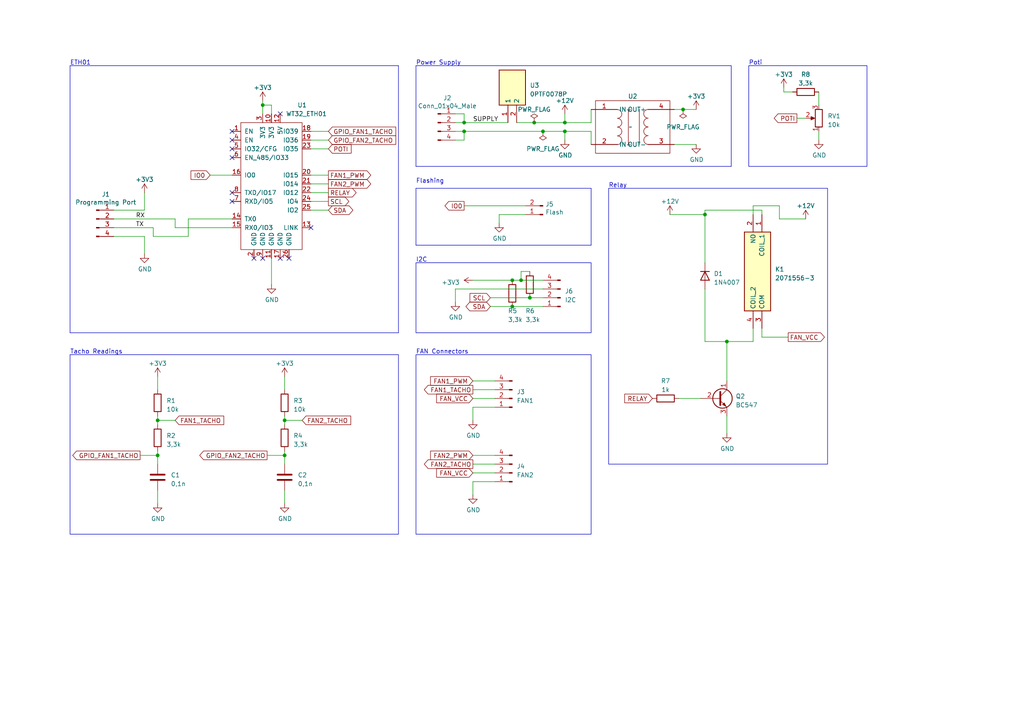
<source format=kicad_sch>
(kicad_sch (version 20230121) (generator eeschema)
  (paper "A4")
  (title_block (title "WT32-ETH01_PWM_Fan_Controller") (date "2023-10-27") (rev "0.2"))
  (lib_symbols
    (symbol "Connector:Conn_01x02_Male" (pin_names (offset 1.016) hide)
      (property "Reference" "J" (at 0 2.54 0))
      (property "Value" "Conn_01x02_Male" (at 0 -5.08 0))
      (symbol "Conn_01x02_Male_1_1"
        (polyline (pts (xy 1.27 -2.54) (xy 0.8636 -2.54)) (stroke (width 0.1524)))
        (polyline (pts (xy 1.27 0) (xy 0.8636 0)) (stroke (width 0.1524)))
        (rectangle (start 0.8636 -2.413) (end 0 -2.667) (stroke (width 0.1524)) (fill (type outline)))
        (rectangle (start 0.8636 0.127) (end 0 -0.127) (stroke (width 0.1524)) (fill (type outline)))
        (pin passive line (at 5.08 0 180) (length 3.81) (name "Pin_1") (number "1"))
        (pin passive line (at 5.08 -2.54 180) (length 3.81) (name "Pin_2") (number "2"))
      )
    )
    (symbol "Connector:Conn_01x04_Male" (pin_names (offset 1.016) hide)
      (property "Reference" "J" (at 0 5.08 0))
      (property "Value" "Conn_01x04_Male" (at 0 -7.62 0))
      (symbol "Conn_01x04_Male_1_1"
        (polyline (pts (xy 1.27 -5.08) (xy 0.8636 -5.08)) (stroke (width 0.1524)))
        (polyline (pts (xy 1.27 -2.54) (xy 0.8636 -2.54)) (stroke (width 0.1524)))
        (polyline (pts (xy 1.27 0) (xy 0.8636 0)) (stroke (width 0.1524)))
        (polyline (pts (xy 1.27 2.54) (xy 0.8636 2.54)) (stroke (width 0.1524)))
        (rectangle (start 0.8636 -4.953) (end 0 -5.207) (stroke (width 0.1524)) (fill (type outline)))
        (rectangle (start 0.8636 -2.413) (end 0 -2.667) (stroke (width 0.1524)) (fill (type outline)))
        (rectangle (start 0.8636 0.127) (end 0 -0.127) (stroke (width 0.1524)) (fill (type outline)))
        (rectangle (start 0.8636 2.667) (end 0 2.413) (stroke (width 0.1524)) (fill (type outline)))
        (pin passive line (at 5.08 2.54 180) (length 3.81) (name "Pin_1") (number "1"))
        (pin passive line (at 5.08 0 180) (length 3.81) (name "Pin_2") (number "2"))
        (pin passive line (at 5.08 -2.54 180) (length 3.81) (name "Pin_3") (number "3"))
        (pin passive line (at 5.08 -5.08 180) (length 3.81) (name "Pin_4") (number "4"))
      )
    )
    (symbol "Connector:Conn_01x04_Pin" (pin_names (offset 1.016) hide)
      (property "Reference" "J" (at 0 5.08 0))
      (property "Value" "Conn_01x04_Pin" (at 0 -7.62 0))
      (symbol "Conn_01x04_Pin_1_1"
        (polyline (pts (xy 1.27 -5.08) (xy 0.8636 -5.08)) (stroke (width 0.1524)))
        (polyline (pts (xy 1.27 -2.54) (xy 0.8636 -2.54)) (stroke (width 0.1524)))
        (polyline (pts (xy 1.27 0) (xy 0.8636 0)) (stroke (width 0.1524)))
        (polyline (pts (xy 1.27 2.54) (xy 0.8636 2.54)) (stroke (width 0.1524)))
        (rectangle (start 0.8636 -4.953) (end 0 -5.207) (stroke (width 0.1524)) (fill (type outline)))
        (rectangle (start 0.8636 -2.413) (end 0 -2.667) (stroke (width 0.1524)) (fill (type outline)))
        (rectangle (start 0.8636 0.127) (end 0 -0.127) (stroke (width 0.1524)) (fill (type outline)))
        (rectangle (start 0.8636 2.667) (end 0 2.413) (stroke (width 0.1524)) (fill (type outline)))
        (pin passive line (at 5.08 2.54 180) (length 3.81) (name "Pin_1") (number "1"))
        (pin passive line (at 5.08 0 180) (length 3.81) (name "Pin_2") (number "2"))
        (pin passive line (at 5.08 -2.54 180) (length 3.81) (name "Pin_3") (number "3"))
        (pin passive line (at 5.08 -5.08 180) (length 3.81) (name "Pin_4") (number "4"))
      )
    )
    (symbol "Device:C" (pin_numbers hide) (pin_names (offset 0.254))
      (property "Reference" "C" (at 0.635 2.54 0))
      (property "Value" "C" (at 0.635 -2.54 0))
      (symbol "C_0_1"
        (polyline (pts (xy -2.032 -0.762) (xy 2.032 -0.762)) (stroke (width 0.508)))
        (polyline (pts (xy -2.032 0.762) (xy 2.032 0.762)) (stroke (width 0.508)))
      )
      (symbol "C_1_1"
        (pin passive line (at 0 3.81 270) (length 2.794) (name "~") (number "1"))
        (pin passive line (at 0 -3.81 90) (length 2.794) (name "~") (number "2"))
      )
    )
    (symbol "Device:R" (pin_numbers hide) (pin_names (offset 0))
      (property "Reference" "R" (at 2.032 0 90))
      (property "Value" "R" (at 0 0 90))
      (symbol "R_0_1"
        (rectangle (start -1.016 -2.54) (end 1.016 2.54) (stroke (width 0.254)))
      )
      (symbol "R_1_1"
        (pin passive line (at 0 3.81 270) (length 1.27) (name "~") (number "1"))
        (pin passive line (at 0 -3.81 90) (length 1.27) (name "~") (number "2"))
      )
    )
    (symbol "Device:R_Potentiometer" (pin_names (offset 1.016) hide)
      (property "Reference" "RV" (at -4.445 0 90))
      (property "Value" "R_Potentiometer" (at -2.54 0 90))
      (symbol "R_Potentiometer_0_1"
        (polyline (pts (xy 2.54 0) (xy 1.524 0)))
        (polyline (pts (xy 1.143 0) (xy 2.286 0.508) (xy 2.286 -0.508) (xy 1.143 0)) (fill (type outline)))
        (rectangle (start 1.016 2.54) (end -1.016 -2.54) (stroke (width 0.254)))
      )
      (symbol "R_Potentiometer_1_1"
        (pin passive line (at 0 3.81 270) (length 1.27) (name "1") (number "1"))
        (pin passive line (at 3.81 0 180) (length 1.27) (name "2") (number "2"))
        (pin passive line (at 0 -3.81 90) (length 1.27) (name "3") (number "3"))
      )
    )
    (symbol "Diode:1N4007" (pin_numbers hide) (pin_names hide)
      (property "Reference" "D" (at 0 2.54 0))
      (property "Value" "1N4007" (at 0 -2.54 0))
      (symbol "1N4007_0_1"
        (polyline (pts (xy -1.27 1.27) (xy -1.27 -1.27)) (stroke (width 0.254)))
        (polyline (pts (xy 1.27 0) (xy -1.27 0)))
        (polyline (pts (xy 1.27 1.27) (xy 1.27 -1.27) (xy -1.27 0) (xy 1.27 1.27)) (stroke (width 0.254)))
      )
      (symbol "1N4007_1_1"
        (pin passive line (at -3.81 0 0) (length 2.54) (name "K") (number "1"))
        (pin passive line (at 3.81 0 180) (length 2.54) (name "A") (number "2"))
      )
    )
    (symbol "SamacSys_Parts:0PTF0078P"
      (property "Reference" "U" (at 16.51 7.62 0))
      (property "Value" "0PTF0078P" (at 16.51 5.08 0))
      (symbol "0PTF0078P_1_1"
        (rectangle (start 5.08 2.54) (end 15.24 -5.08) (stroke (width 0.254)) (fill (type background)))
        (pin passive line (at 0 0 0) (length 5.08) (name "1") (number "1"))
        (pin passive line (at 0 -2.54 0) (length 5.08) (name "2") (number "2"))
      )
    )
    (symbol "SamacSys_Parts:2071556-3"
      (property "Reference" "K" (at 29.21 7.62 0))
      (property "Value" "2071556-3" (at 29.21 5.08 0))
      (symbol "2071556-3_1_1"
        (rectangle (start 5.08 2.54) (end 27.94 -5.08) (stroke (width 0.254)) (fill (type background)))
        (pin passive line (at 0 0 0) (length 5.08) (name "COIL_1") (number "1"))
        (pin passive line (at 0 -2.54 0) (length 5.08) (name "NO") (number "2"))
        (pin passive line (at 33.02 0 180) (length 5.08) (name "COM") (number "3"))
        (pin passive line (at 33.02 -2.54 180) (length 5.08) (name "COIL_2") (number "4"))
      )
    )
    (symbol "SamacSys_Parts:2596S-ADJ_3A_DC-DC_Step_Down_Buck_Power_Module"
      (property "Reference" "U" (at 1.27 8.89 0))
      (symbol "2596S-ADJ_3A_DC-DC_Step_Down_Buck_Power_Module_0_1"
        (rectangle (start -10.16 7.62) (end 11.43 -7.62))
        (arc (start -3.7917 -5.0989) (mid -2.9078 -4.7306) (end -2.5217 -3.8543))
        (arc (start -3.7917 -2.5589) (mid -2.9078 -2.1906) (end -2.5217 -1.3143))
        (arc (start -3.7917 -0.0189) (mid -2.9078 0.3494) (end -2.5217 1.2257))
        (arc (start -3.7917 2.5211) (mid -2.9078 2.8894) (end -2.5217 3.7657))
        (arc (start -2.5217 -3.8543) (mid -2.8937 -2.9563) (end -3.7917 -2.5843))
        (arc (start -2.5217 -1.3143) (mid -2.8937 -0.4163) (end -3.7917 -0.0443))
        (arc (start -2.5217 1.2257) (mid -2.8937 2.1237) (end -3.7917 2.4957))
        (arc (start -2.5217 3.7657) (mid -2.8937 4.6637) (end -3.7917 5.0357))
        (polyline (pts (xy -0.635 5.08) (xy -0.635 -5.08)))
        (polyline (pts (xy 2.54 -5.08) (xy 2.54 5.08)))
        (arc (start 3.8354 -1.27) (mid 4.1999 -2.1501) (end 5.08 -2.5146))
        (arc (start 3.8354 1.27) (mid 4.1999 0.3899) (end 5.08 0.0254))
        (arc (start 3.8354 3.81) (mid 4.1999 2.9299) (end 5.08 2.5654))
        (arc (start 3.8608 -3.81) (mid 4.2254 -4.6899) (end 5.1054 -5.0546))
        (arc (start 5.08 0) (mid 4.1858 -0.3685) (end 3.8354 -1.27))
        (arc (start 5.08 2.54) (mid 4.1858 2.1715) (end 3.8354 1.27))
        (arc (start 5.08 5.08) (mid 4.1858 4.7115) (end 3.8354 3.81))
        (arc (start 5.1054 -2.54) (mid 4.2109 -2.9083) (end 3.8608 -3.81))
      )
      (symbol "2596S-ADJ_3A_DC-DC_Step_Down_Buck_Power_Module_1_1"
        (pin passive line (at -11.43 5.08 0) (length 7.62) (name "IN+") (number "1"))
        (pin passive line (at -11.43 -5.08 0) (length 7.62) (name "IN-") (number "2"))
        (pin passive line (at 12.7 -5.08 180) (length 7.62) (name "OUT-") (number "3"))
        (pin passive line (at 12.7 5.08 180) (length 7.62) (name "OUT+") (number "4"))
      )
    )
    (symbol "Transistor_BJT:BC547" (pin_names (offset 0) hide)
      (property "Reference" "Q" (at 5.08 1.905 0))
      (property "Value" "BC547" (at 5.08 0 0))
      (symbol "BC547_0_1"
        (polyline (pts (xy 0 0) (xy 0.635 0)))
        (polyline (pts (xy 0.635 0.635) (xy 2.54 2.54)))
        (polyline (pts (xy 0.635 -0.635) (xy 2.54 -2.54) (xy 2.54 -2.54)))
        (polyline (pts (xy 0.635 1.905) (xy 0.635 -1.905) (xy 0.635 -1.905)) (stroke (width 0.508)))
        (polyline (pts (xy 1.27 -1.778) (xy 1.778 -1.27) (xy 2.286 -2.286) (xy 1.27 -1.778) (xy 1.27 -1.778)) (fill (type outline)))
        (circle (center 1.27 0) (radius 2.8194) (stroke (width 0.254)))
      )
      (symbol "BC547_1_1"
        (pin passive line (at 2.54 5.08 270) (length 2.54) (name "C") (number "1"))
        (pin input line (at -5.08 0 0) (length 5.08) (name "B") (number "2"))
        (pin passive line (at 2.54 -5.08 90) (length 2.54) (name "E") (number "3"))
      )
    )
    (symbol "haus-automatisierung:WT32_ETH01" (pin_names (offset 1.016))
      (property "Reference" "U" (at 5.08 -1.27 0))
      (property "Value" "WT32_ETH01" (at 5.08 -3.81 0))
      (symbol "WT32_ETH01_0_1"
        (rectangle (start -8.89 -6.35) (end 8.89 -43.18))
      )
      (symbol "WT32_ETH01_1_1"
        (pin input line (at -11.43 -8.89 0) (length 2.54) (name "EN") (number "1"))
        (pin power_in line (at 0 -3.81 270) (length 2.54) (name "3V3") (number "10"))
        (pin power_in line (at 0 -45.72 90) (length 2.54) (name "GND") (number "11"))
        (pin power_in line (at 2.54 -3.81 270) (length 2.54) (name "5V") (number "12"))
        (pin output line (at 11.43 -36.83 180) (length 2.54) (name "LINK") (number "13"))
        (pin input line (at -11.43 -34.29 0) (length 2.54) (name "TX0") (number "14"))
        (pin input line (at -11.43 -36.83 0) (length 2.54) (name "RX0/IO3") (number "15"))
        (pin input line (at -11.43 -21.59 0) (length 2.54) (name "IO0") (number "16"))
        (pin input line (at 2.54 -45.72 90) (length 2.54) (name "GND") (number "17"))
        (pin input line (at 11.43 -8.89 180) (length 2.54) (name "IO39") (number "18"))
        (pin input line (at 11.43 -11.43 180) (length 2.54) (name "IO36") (number "19"))
        (pin power_in line (at -5.08 -45.72 90) (length 2.54) (name "GND") (number "2"))
        (pin bidirectional line (at 11.43 -21.59 180) (length 2.54) (name "IO15") (number "20"))
        (pin bidirectional line (at 11.43 -24.13 180) (length 2.54) (name "IO14") (number "21"))
        (pin bidirectional line (at 11.43 -26.67 180) (length 2.54) (name "IO12") (number "22"))
        (pin input line (at 11.43 -13.97 180) (length 2.54) (name "IO35") (number "23"))
        (pin bidirectional line (at 11.43 -29.21 180) (length 2.54) (name "IO4") (number "24"))
        (pin bidirectional line (at 11.43 -31.75 180) (length 2.54) (name "IO2") (number "25"))
        (pin input line (at 5.08 -45.72 90) (length 2.54) (name "GND") (number "26"))
        (pin power_in line (at -2.54 -3.81 270) (length 2.54) (name "3V3") (number "3"))
        (pin input line (at -11.43 -11.43 0) (length 2.54) (name "EN") (number "4"))
        (pin input line (at -11.43 -13.97 0) (length 2.54) (name "IO32/CFG") (number "5"))
        (pin input line (at -11.43 -16.51 0) (length 2.54) (name "EN_485/IO33") (number "6"))
        (pin input line (at -11.43 -29.21 0) (length 2.54) (name "RXD/IO5") (number "7"))
        (pin input line (at -11.43 -26.67 0) (length 2.54) (name "TXD/IO17") (number "8"))
        (pin power_in line (at -2.54 -45.72 90) (length 2.54) (name "GND") (number "9"))
      )
    )
    (symbol "power:+12V" (power) (pin_names (offset 0))
      (property "Value" "+12V" (at 0 3.556 0))
      (symbol "+12V_0_1"
        (polyline (pts (xy -0.762 1.27) (xy 0 2.54)))
        (polyline (pts (xy 0 0) (xy 0 2.54)))
        (polyline (pts (xy 0 2.54) (xy 0.762 1.27)))
      )
      (symbol "+12V_1_1"
        (pin power_in line (at 0 0 90) (length 0) hide (name "+12V") (number "1"))
      )
    )
    (symbol "power:+3V3" (power) (pin_names (offset 0))
      (property "Value" "+3V3" (at 0 3.556 0))
      (symbol "+3V3_0_1"
        (polyline (pts (xy -0.762 1.27) (xy 0 2.54)))
        (polyline (pts (xy 0 0) (xy 0 2.54)))
        (polyline (pts (xy 0 2.54) (xy 0.762 1.27)))
      )
      (symbol "+3V3_1_1"
        (pin power_in line (at 0 0 90) (length 0) hide (name "+3V3") (number "1"))
      )
    )
    (symbol "power:GND" (power) (pin_names (offset 0))
      (property "Value" "GND" (at 0 -3.81 0))
      (symbol "GND_0_1"
        (polyline (pts (xy 0 0) (xy 0 -1.27) (xy 1.27 -1.27) (xy 0 -2.54) (xy -1.27 -1.27) (xy 0 -1.27)))
      )
      (symbol "GND_1_1"
        (pin power_in line (at 0 0 270) (length 0) hide (name "GND") (number "1"))
      )
    )
    (symbol "power:PWR_FLAG" (power) (pin_numbers hide) (pin_names (offset 0) hide)
      (property "Value" "PWR_FLAG" (at 0 3.81 0))
      (symbol "PWR_FLAG_0_0"
        (pin power_out line (at 0 0 90) (length 0) (name "pwr") (number "1"))
      )
      (symbol "PWR_FLAG_0_1"
        (polyline (pts (xy 0 0) (xy 0 1.27) (xy -1.016 1.905) (xy 0 2.54) (xy 1.016 1.905) (xy 0 1.27)))
      )
    )
  )
  (junction (at 153.67 86.36))
  (junction (at 45.72 132.08))
  (junction (at 154.94 35.56))
  (junction (at 163.83 38.1))
  (junction (at 134.62 38.1))
  (junction (at 134.62 35.56))
  (junction (at 82.55 132.08))
  (junction (at 148.59 88.9))
  (junction (at 198.12 31.75))
  (junction (at 157.48 38.1))
  (junction (at 45.72 121.92))
  (junction (at 151.13 81.28))
  (junction (at 148.59 81.28))
  (junction (at 82.55 121.92))
  (junction (at 76.2 30.48))
  (junction (at 210.82 99.06))
  (junction (at 204.47 62.23))
  (junction (at 163.83 35.56))
  (no_connect (at 67.31 43.18))
  (no_connect (at 73.66 74.93))
  (no_connect (at 67.31 58.42))
  (no_connect (at 76.2 74.93))
  (no_connect (at 90.17 66.04))
  (no_connect (at 67.31 38.1))
  (no_connect (at 81.28 74.93))
  (no_connect (at 67.31 40.64))
  (no_connect (at 83.82 74.93))
  (no_connect (at 81.28 33.02))
  (no_connect (at 67.31 45.72))
  (no_connect (at 67.31 55.88))
  (wire (pts (xy 33.02 68.58) (xy 41.91 68.58)))
  (wire (pts (xy 33.02 63.5) (xy 50.8 63.5)))
  (wire (pts (xy 90.17 40.64) (xy 95.25 40.64)))
  (wire (pts (xy 76.2 30.48) (xy 78.74 30.48)))
  (wire (pts (xy 78.74 33.02) (xy 78.74 30.48)))
  (wire (pts (xy 194.31 62.23) (xy 204.47 62.23)))
  (wire (pts (xy 218.44 99.06) (xy 210.82 99.06)))
  (wire (pts (xy 95.25 50.8) (xy 90.17 50.8)))
  (wire (pts (xy 50.8 121.92) (xy 45.72 121.92)))
  (wire (pts (xy 151.13 81.28) (xy 157.48 81.28)))
  (wire (pts (xy 204.47 99.06) (xy 210.82 99.06)))
  (wire (pts (xy 210.82 120.65) (xy 210.82 125.73)))
  (wire (pts (xy 132.08 83.82) (xy 157.48 83.82)))
  (wire (pts (xy 151.13 78.74) (xy 151.13 81.28)))
  (wire (pts (xy 228.6 97.79) (xy 220.98 97.79)))
  (wire (pts (xy 148.59 81.28) (xy 151.13 81.28)))
  (wire (pts (xy 82.55 146.05) (xy 82.55 142.24)))
  (wire (pts (xy 220.98 97.79) (xy 220.98 95.25)))
  (wire (pts (xy 226.06 59.69) (xy 226.06 63.5)))
  (wire (pts (xy 45.72 120.65) (xy 45.72 121.92)))
  (wire (pts (xy 67.31 63.5) (xy 54.61 63.5)))
  (wire (pts (xy 45.72 121.92) (xy 45.72 123.19)))
  (wire (pts (xy 137.16 113.03) (xy 143.51 113.03)))
  (wire (pts (xy 82.55 109.22) (xy 82.55 113.03)))
  (wire (pts (xy 137.16 139.7) (xy 143.51 139.7)))
  (wire (pts (xy 171.45 35.56) (xy 163.83 35.56)))
  (wire (pts (xy 163.83 35.56) (xy 163.83 33.02)))
  (wire (pts (xy 144.78 62.23) (xy 144.78 64.77)))
  (wire (pts (xy 204.47 62.23) (xy 204.47 76.2)))
  (wire (pts (xy 82.55 130.81) (xy 82.55 132.08)))
  (wire (pts (xy 218.44 95.25) (xy 218.44 99.06)))
  (wire (pts (xy 50.8 66.04) (xy 50.8 63.5)))
  (wire (pts (xy 148.59 88.9) (xy 142.24 88.9)))
  (wire (pts (xy 134.62 33.02) (xy 134.62 35.56)))
  (wire (pts (xy 233.68 63.5) (xy 226.06 63.5)))
  (wire (pts (xy 218.44 62.23) (xy 218.44 59.69)))
  (wire (pts (xy 171.45 31.75) (xy 171.45 35.56)))
  (wire (pts (xy 76.2 29.21) (xy 76.2 30.48)))
  (wire (pts (xy 132.08 35.56) (xy 134.62 35.56)))
  (wire (pts (xy 153.67 78.74) (xy 151.13 78.74)))
  (wire (pts (xy 227.33 25.4) (xy 227.33 26.67)))
  (wire (pts (xy 137.16 118.11) (xy 143.51 118.11)))
  (wire (pts (xy 137.16 121.92) (xy 137.16 118.11)))
  (wire (pts (xy 196.85 115.57) (xy 203.2 115.57)))
  (polyline (pts (xy 120.65 54.61) (xy 120.65 71.12)))
  (wire (pts (xy 41.91 60.96) (xy 33.02 60.96)))
  (polyline (pts (xy 115.57 96.52) (xy 20.32 96.52)))
  (wire (pts (xy 153.67 86.36) (xy 157.48 86.36)))
  (wire (pts (xy 82.55 121.92) (xy 82.55 123.19)))
  (wire (pts (xy 218.44 59.69) (xy 226.06 59.69)))
  (polyline (pts (xy 120.65 19.05) (xy 212.09 19.05)))
  (wire (pts (xy 204.47 60.96) (xy 204.47 62.23)))
  (wire (pts (xy 137.16 110.49) (xy 143.51 110.49)))
  (wire (pts (xy 137.16 81.28) (xy 148.59 81.28)))
  (polyline (pts (xy 120.65 48.26) (xy 120.65 19.05)))
  (wire (pts (xy 171.45 38.1) (xy 163.83 38.1)))
  (wire (pts (xy 137.16 115.57) (xy 143.51 115.57)))
  (wire (pts (xy 210.82 99.06) (xy 210.82 110.49)))
  (wire (pts (xy 137.16 134.62) (xy 143.51 134.62)))
  (wire (pts (xy 171.45 41.91) (xy 171.45 38.1)))
  (wire (pts (xy 82.55 120.65) (xy 82.55 121.92)))
  (wire (pts (xy 154.94 35.56) (xy 163.83 35.56)))
  (wire (pts (xy 60.96 50.8) (xy 67.31 50.8)))
  (wire (pts (xy 137.16 132.08) (xy 143.51 132.08)))
  (wire (pts (xy 132.08 87.63) (xy 132.08 83.82)))
  (wire (pts (xy 134.62 35.56) (xy 147.32 35.56)))
  (wire (pts (xy 152.4 62.23) (xy 144.78 62.23)))
  (wire (pts (xy 90.17 55.88) (xy 95.25 55.88)))
  (wire (pts (xy 76.2 30.48) (xy 76.2 33.02)))
  (wire (pts (xy 142.24 86.36) (xy 153.67 86.36)))
  (wire (pts (xy 54.61 68.58) (xy 44.45 68.58)))
  (wire (pts (xy 44.45 68.58) (xy 44.45 66.04)))
  (wire (pts (xy 132.08 33.02) (xy 134.62 33.02)))
  (wire (pts (xy 90.17 53.34) (xy 95.25 53.34)))
  (wire (pts (xy 134.62 40.64) (xy 134.62 38.1)))
  (wire (pts (xy 41.91 55.88) (xy 41.91 60.96)))
  (wire (pts (xy 45.72 109.22) (xy 45.72 113.03)))
  (wire (pts (xy 195.58 31.75) (xy 198.12 31.75)))
  (polyline (pts (xy 171.45 71.12) (xy 171.45 54.61)))
  (wire (pts (xy 137.16 137.16) (xy 143.51 137.16)))
  (wire (pts (xy 132.08 40.64) (xy 134.62 40.64)))
  (wire (pts (xy 204.47 83.82) (xy 204.47 99.06)))
  (wire (pts (xy 90.17 58.42) (xy 95.25 58.42)))
  (wire (pts (xy 137.16 143.51) (xy 137.16 139.7)))
  (wire (pts (xy 231.14 34.29) (xy 233.68 34.29)))
  (polyline (pts (xy 20.32 19.05) (xy 115.57 19.05)))
  (wire (pts (xy 157.48 38.1) (xy 163.83 38.1)))
  (wire (pts (xy 78.74 74.93) (xy 78.74 82.55)))
  (wire (pts (xy 149.86 35.56) (xy 154.94 35.56)))
  (wire (pts (xy 95.25 43.18) (xy 90.17 43.18)))
  (polyline (pts (xy 20.32 96.52) (xy 20.32 19.05)))
  (wire (pts (xy 90.17 38.1) (xy 95.25 38.1)))
  (wire (pts (xy 45.72 132.08) (xy 45.72 134.62)))
  (wire (pts (xy 237.49 38.1) (xy 237.49 40.64)))
  (wire (pts (xy 132.08 38.1) (xy 134.62 38.1)))
  (wire (pts (xy 220.98 60.96) (xy 204.47 60.96)))
  (wire (pts (xy 198.12 31.75) (xy 201.93 31.75)))
  (wire (pts (xy 41.91 68.58) (xy 41.91 73.66)))
  (wire (pts (xy 195.58 41.91) (xy 201.93 41.91)))
  (wire (pts (xy 237.49 26.67) (xy 237.49 30.48)))
  (polyline (pts (xy 120.65 71.12) (xy 171.45 71.12)))
  (wire (pts (xy 82.55 132.08) (xy 82.55 134.62)))
  (wire (pts (xy 87.63 121.92) (xy 82.55 121.92)))
  (wire (pts (xy 227.33 26.67) (xy 229.87 26.67)))
  (wire (pts (xy 157.48 88.9) (xy 148.59 88.9)))
  (polyline (pts (xy 171.45 54.61) (xy 120.65 54.61)))
  (wire (pts (xy 54.61 63.5) (xy 54.61 68.58)))
  (polyline (pts (xy 212.09 48.26) (xy 120.65 48.26)))
  (wire (pts (xy 152.4 59.69) (xy 134.62 59.69)))
  (wire (pts (xy 45.72 130.81) (xy 45.72 132.08)))
  (wire (pts (xy 44.45 66.04) (xy 33.02 66.04)))
  (wire (pts (xy 220.98 62.23) (xy 220.98 60.96)))
  (polyline (pts (xy 212.09 19.05) (xy 212.09 48.26)))
  (wire (pts (xy 134.62 38.1) (xy 157.48 38.1)))
  (wire (pts (xy 45.72 146.05) (xy 45.72 142.24)))
  (wire (pts (xy 67.31 66.04) (xy 50.8 66.04)))
  (wire (pts (xy 163.83 38.1) (xy 163.83 40.64)))
  (polyline (pts (xy 115.57 19.05) (xy 115.57 96.52)))
  (wire (pts (xy 90.17 60.96) (xy 95.25 60.96)))
  (wire (pts (xy 77.47 132.08) (xy 82.55 132.08)))
  (wire (pts (xy 40.64 132.08) (xy 45.72 132.08)))
  (rectangle (start 217.17 19.05) (end 251.46 48.26))
  (rectangle (start 120.65 102.87) (end 171.45 154.94))
  (rectangle (start 20.32 102.87) (end 115.57 154.94))
  (rectangle (start 120.65 76.2) (end 171.45 96.52))
  (rectangle (start 176.53 54.61) (end 240.03 134.62))
  (text "I2C" (at 120.65 76.2 0) (effects (font (size 1.27 1.27)) (justify left bottom)))
  (text "Power Supply" (at 120.65 19.05 0) (effects (font (size 1.27 1.27)) (justify left bottom)))
  (text "ETH01" (at 20.32 19.05 0) (effects (font (size 1.27 1.27)) (justify left bottom)))
  (text "Tacho Readings" (at 20.32 102.87 0) (effects (font (size 1.27 1.27)) (justify left bottom)))
  (text "Flashing" (at 120.65 53.34 0) (effects (font (size 1.27 1.27)) (justify left bottom)))
  (text "FAN Connectors" (at 120.65 102.87 0) (effects (font (size 1.27 1.27)) (justify left bottom)))
  (text "Poti" (at 217.17 19.05 0) (effects (font (size 1.27 1.27)) (justify left bottom)))
  (text "Relay\n" (at 176.53 54.61 0) (effects (font (size 1.27 1.27)) (justify left bottom)))
  (label "RX" (at 39.37 63.5 0))
  (label "TX" (at 39.37 66.04 0))
  (label "SUPPLY" (at 137.16 35.56 0))
  (global_label "SDA" (shape bidirectional) (at 95.25 60.96 0) (property "Intersheetrefs" "${INTERSHEET_REFS}" (effects hide)))
  (global_label "SCL" (shape output) (at 95.25 58.42 0) (property "Intersheetrefs" "${INTERSHEET_REFS}" (effects hide)))
  (global_label "FAN2_PWM" (shape output) (at 95.25 53.34 0) (property "Intersheetrefs" "${INTERSHEET_REFS}" (effects hide)))
  (global_label "GPIO_FAN2_TACHO" (shape input) (at 95.25 40.64 0) (property "Intersheetrefs" "${INTERSHEET_REFS}" (effects hide)))
  (global_label "FAN1_TACHO" (shape input) (at 50.8 121.92 0) (property "Intersheetrefs" "${INTERSHEET_REFS}" (effects hide)))
  (global_label "IO0" (shape output) (at 134.62 59.69 180) (property "Intersheetrefs" "${INTERSHEET_REFS}" (effects hide)))
  (global_label "FAN2_TACHO" (shape output) (at 137.16 134.62 180) (property "Intersheetrefs" "${INTERSHEET_REFS}" (effects hide)))
  (global_label "FAN1_TACHO" (shape output) (at 137.16 113.03 180) (property "Intersheetrefs" "${INTERSHEET_REFS}" (effects hide)))
  (global_label "POTI" (shape output) (at 231.14 34.29 180) (property "Intersheetrefs" "${INTERSHEET_REFS}" (effects hide)))
  (global_label "SDA" (shape bidirectional) (at 142.24 88.9 180) (property "Intersheetrefs" "${INTERSHEET_REFS}" (effects hide)))
  (global_label "FAN2_PWM" (shape input) (at 137.16 132.08 180) (property "Intersheetrefs" "${INTERSHEET_REFS}" (effects hide)))
  (global_label "FAN_VCC" (shape input) (at 137.16 137.16 180) (property "Intersheetrefs" "${INTERSHEET_REFS}" (effects hide)))
  (global_label "GPIO_FAN2_TACHO" (shape output) (at 77.47 132.08 180) (property "Intersheetrefs" "${INTERSHEET_REFS}" (effects hide)))
  (global_label "SCL" (shape input) (at 142.24 86.36 180) (property "Intersheetrefs" "${INTERSHEET_REFS}" (effects hide)))
  (global_label "FAN1_PWM" (shape output) (at 95.25 50.8 0) (property "Intersheetrefs" "${INTERSHEET_REFS}" (effects hide)))
  (global_label "IO0" (shape input) (at 60.96 50.8 180) (property "Intersheetrefs" "${INTERSHEET_REFS}" (effects hide)))
  (global_label "FAN2_TACHO" (shape input) (at 87.63 121.92 0) (property "Intersheetrefs" "${INTERSHEET_REFS}" (effects hide)))
  (global_label "FAN_VCC" (shape output) (at 228.6 97.79 0) (property "Intersheetrefs" "${INTERSHEET_REFS}" (effects hide)))
  (global_label "GPIO_FAN1_TACHO" (shape input) (at 95.25 38.1 0) (property "Intersheetrefs" "${INTERSHEET_REFS}" (effects hide)))
  (global_label "RELAY" (shape output) (at 95.25 55.88 0) (property "Intersheetrefs" "${INTERSHEET_REFS}" (effects hide)))
  (global_label "GPIO_FAN1_TACHO" (shape output) (at 40.64 132.08 180) (property "Intersheetrefs" "${INTERSHEET_REFS}" (effects hide)))
  (global_label "FAN1_PWM" (shape input) (at 137.16 110.49 180) (property "Intersheetrefs" "${INTERSHEET_REFS}" (effects hide)))
  (global_label "RELAY" (shape input) (at 189.23 115.57 180) (property "Intersheetrefs" "${INTERSHEET_REFS}" (effects hide)))
  (global_label "FAN_VCC" (shape input) (at 137.16 115.57 180) (property "Intersheetrefs" "${INTERSHEET_REFS}" (effects hide)))
  (global_label "POTI" (shape input) (at 95.25 43.18 0) (property "Intersheetrefs" "${INTERSHEET_REFS}" (effects hide)))
  (symbol (lib_id "power:GND") (at 163.83 40.64 0) (unit 1)
    (property "Reference" "#PWR017" (effects hide))
    (property "Value" "GND" (at 163.957 45.0342 0))
  )
  (symbol (lib_id "haus-automatisierung:WT32_ETH01") (at 78.74 29.21 0) (unit 1)
    (property "Reference" "U1" (at 87.63 30.48 0))
    (property "Value" "WT32_ETH01" (at 88.9 33.02 0))
    (property "Footprint" "haus-automatisierung:WT32_ETH01" (effects hide))
    (property "Datasheet" "http://www.wireless-tag.com/wp-content/uploads/2020/08/WT32-ETH01%E8%A7%84%E6%A0%BC%E4%B9%A6V1.2EN%EF%BC%88%E8%8B%B1%E6%96%87%EF%BC%89.pdf" (effects hide))
  )
  (symbol (lib_id "Connector:Conn_01x04_Male") (at 127 35.56 0) (unit 1)
    (property "Reference" "J2" (at 129.7432 28.4226 0))
    (property "Value" "Conn_01x04_Male" (at 129.7432 30.734 0))
    (property "Footprint" "TerminalBlock_Phoenix:TerminalBlock_Phoenix_MPT-0,5-4-2.54_1x04_P2.54mm_Horizontal" (effects hide))
  )
  (symbol (lib_id "power:GND") (at 78.74 82.55 0) (unit 1)
    (property "Reference" "#PWR08" (effects hide))
    (property "Value" "GND" (at 78.867 86.9442 0))
  )
  (symbol (lib_id "Connector:Conn_01x04_Male") (at 27.94 63.5 0) (unit 1)
    (property "Reference" "J1" (at 30.6832 56.3626 0))
    (property "Value" "Programming Port" (at 30.6832 58.674 0))
    (property "Footprint" "Connector_PinHeader_2.54mm:PinHeader_1x04_P2.54mm_Vertical" (effects hide))
  )
  (symbol (lib_id "power:GND") (at 41.91 73.66 0) (unit 1)
    (property "Reference" "#PWR04" (effects hide))
    (property "Value" "GND" (at 42.037 78.0542 0))
  )
  (symbol (lib_id "power:GND") (at 144.78 64.77 0) (unit 1)
    (property "Reference" "#PWR015" (effects hide))
    (property "Value" "GND" (at 144.907 69.1642 0))
  )
  (symbol (lib_id "Connector:Conn_01x02_Male") (at 157.48 62.23 180) (unit 1)
    (property "Reference" "J5" (at 158.1912 59.2328 0) (effects (justify right)))
    (property "Value" "Flash" (at 158.1912 61.5442 0) (effects (justify right)))
    (property "Footprint" "Connector_PinHeader_2.54mm:PinHeader_1x02_P2.54mm_Vertical" (effects hide))
  )
  (symbol (lib_id "power:GND") (at 237.49 40.64 0) (unit 1)
    (property "Reference" "#PWR022" (effects hide))
    (property "Value" "GND" (at 237.617 45.0342 0))
  )
  (symbol (lib_id "power:PWR_FLAG") (at 154.94 35.56 0) (unit 1)
    (property "Reference" "#FLG01" (effects hide))
    (property "Value" "PWR_FLAG" (at 154.94 31.75 0))
  )
  (symbol (lib_id "power:+12V") (at 194.31 62.23 0) (unit 1)
    (property "Reference" "#PWR09" (effects hide))
    (property "Value" "+12V" (at 194.31 58.42 0))
  )
  (symbol (lib_id "power:+3V3") (at 137.16 81.28 90) (unit 1)
    (property "Reference" "#PWR014" (effects hide))
    (property "Value" "+3V3" (at 133.35 81.915 90) (effects (justify left)))
  )
  (symbol (lib_id "Device:C") (at 45.72 138.43 0) (unit 1)
    (property "Reference" "C1" (at 49.53 137.795 0) (effects (justify left)))
    (property "Value" "0,1n" (at 49.53 140.335 0) (effects (justify left)))
    (property "Footprint" "Capacitor_THT:C_Rect_L4.6mm_W2.0mm_P2.50mm_MKS02_FKP02" (effects hide))
  )
  (symbol (lib_id "SamacSys_Parts:2071556-3") (at 220.98 62.23 270) (unit 1)
    (property "Reference" "K1" (at 224.79 78.105 90) (effects (justify left)))
    (property "Value" "2071556-3" (at 224.79 80.645 90) (effects (justify left)))
    (property "Footprint" "20715563" (effects hide))
    (property "Datasheet" "https://www.te.com/commerce/DocumentDelivery/DDEController?Action=showdoc&DocId=Data+Sheet%7FOJS_16A_0821%7F3%7Fpdf%7FEnglish%7FENG_DS_OJS_16A_0821_3.pdf%7F2071556-3" (effects hide))
    (property "Height" "15.3" (effects hide))
    (property "Mouser Part Number" "655-2071556-3" (effects hide))
    (property "Mouser Price/Stock" "https://www.mouser.co.uk/ProductDetail/TE-Connectivity/2071556-3?qs=ljCeji4nMDk2ahepswdivg%3D%3D" (effects hide))
    (property "Manufacturer_Name" "TE Connectivity" (effects hide))
    (property "Manufacturer_Part_Number" "2071556-3" (effects hide))
  )
  (symbol (lib_id "Device:R") (at 82.55 127 0) (unit 1)
    (property "Reference" "R4" (at 85.09 126.365 0) (effects (justify left)))
    (property "Value" "3,3k" (at 85.09 128.905 0) (effects (justify left)))
    (property "Footprint" "Resistor_SMD:R_1206_3216Metric_Pad1.30x1.75mm_HandSolder" (effects hide))
  )
  (symbol (lib_id "Device:C") (at 82.55 138.43 0) (unit 1)
    (property "Reference" "C2" (at 86.36 137.795 0) (effects (justify left)))
    (property "Value" "0,1n" (at 86.36 140.335 0) (effects (justify left)))
    (property "Footprint" "Capacitor_THT:C_Rect_L4.6mm_W2.0mm_P2.50mm_MKS02_FKP02" (effects hide))
  )
  (symbol (lib_id "Device:R") (at 45.72 116.84 0) (unit 1)
    (property "Reference" "R1" (at 48.26 116.205 0) (effects (justify left)))
    (property "Value" "10k" (at 48.26 118.745 0) (effects (justify left)))
    (property "Footprint" "Resistor_SMD:R_1206_3216Metric_Pad1.30x1.75mm_HandSolder" (effects hide))
  )
  (symbol (lib_id "Device:R") (at 82.55 116.84 0) (unit 1)
    (property "Reference" "R3" (at 85.09 116.205 0) (effects (justify left)))
    (property "Value" "10k" (at 85.09 118.745 0) (effects (justify left)))
    (property "Footprint" "Resistor_SMD:R_1206_3216Metric_Pad1.30x1.75mm_HandSolder" (effects hide))
  )
  (symbol (lib_id "Device:R") (at 233.68 26.67 90) (unit 1)
    (property "Reference" "R8" (at 233.68 21.59 90))
    (property "Value" "3,3k" (at 233.68 24.13 90))
    (property "Footprint" "Resistor_SMD:R_1206_3216Metric_Pad1.30x1.75mm_HandSolder" (effects hide))
  )
  (symbol (lib_id "power:GND") (at 201.93 41.91 0) (unit 1)
    (property "Reference" "#PWR016" (effects hide))
    (property "Value" "GND" (at 202.057 46.3042 0))
  )
  (symbol (lib_id "power:GND") (at 82.55 146.05 0) (unit 1)
    (property "Reference" "#PWR06" (effects hide))
    (property "Value" "GND" (at 82.677 150.4442 0))
  )
  (symbol (lib_id "SamacSys_Parts:0PTF0078P") (at 147.32 35.56 90) (unit 1)
    (property "Reference" "U3" (at 153.67 24.765 90) (effects (justify right)))
    (property "Value" "0PTF0078P" (at 153.67 27.305 90) (effects (justify right)))
    (property "Footprint" "0PTF0078P" (effects hide))
    (property "Datasheet" "https://media.digikey.com/pdf/Data%20Sheets/Littelfuse%20PDFs/PTF075_77_78.pdf" (effects hide))
    (property "Height" "11.5" (effects hide))
    (property "Mouser Part Number" "576-0PTF0078P" (effects hide))
    (property "Mouser Price/Stock" "https://www.mouser.co.uk/ProductDetail/Littelfuse/0PTF0078P?qs=Co4VkB5J4%2Fsczy6gG8s%2FsA%3D%3D" (effects hide))
    (property "Manufacturer_Name" "LITTELFUSE" (effects hide))
    (property "Manufacturer_Part_Number" "0PTF0078P" (effects hide))
  )
  (symbol (lib_id "power:GND") (at 137.16 121.92 0) (unit 1)
    (property "Reference" "#PWR010" (effects hide))
    (property "Value" "GND" (at 137.287 126.3142 0))
  )
  (symbol (lib_id "power:+3V3") (at 41.91 55.88 0) (unit 1)
    (property "Reference" "#PWR018" (effects hide))
    (property "Value" "+3V3" (at 41.91 52.07 0))
  )
  (symbol (lib_id "power:+12V") (at 163.83 33.02 0) (unit 1)
    (property "Reference" "#PWR03" (effects hide))
    (property "Value" "+12V" (at 163.83 29.21 0))
  )
  (symbol (lib_id "Connector:Conn_01x04_Pin") (at 148.59 115.57 180) (unit 1)
    (property "Reference" "J3" (at 149.86 113.665 0) (effects (justify right)))
    (property "Value" "FAN1" (at 149.86 116.205 0) (effects (justify right)))
    (property "Footprint" "Connector:FanPinHeader_1x04_P2.54mm_Vertical" (effects hide))
  )
  (symbol (lib_id "SamacSys_Parts:2596S-ADJ_3A_DC-DC_Step_Down_Buck_Power_Module") (at 182.88 36.83 0) (unit 1)
    (property "Reference" "U2" (at 183.515 27.94 0))
    (property "Value" "~" (at 182.88 36.83 0))
    (property "Footprint" "SamacSys_Parts:2596S-ADJ_3A_DC-DC_Step_Down_Buck_Power_Module" (effects hide))
  )
  (symbol (lib_id "Connector:Conn_01x04_Pin") (at 148.59 137.16 180) (unit 1)
    (property "Reference" "J4" (at 149.86 135.255 0) (effects (justify right)))
    (property "Value" "FAN2" (at 149.86 137.795 0) (effects (justify right)))
    (property "Footprint" "Connector:FanPinHeader_1x04_P2.54mm_Vertical" (effects hide))
  )
  (symbol (lib_id "power:+3V3") (at 201.93 31.75 0) (unit 1)
    (property "Reference" "#PWR019" (effects hide))
    (property "Value" "+3V3" (at 201.93 27.94 0))
  )
  (symbol (lib_id "power:+3V3") (at 227.33 25.4 0) (unit 1)
    (property "Reference" "#PWR021" (effects hide))
    (property "Value" "+3V3" (at 227.33 21.59 0))
  )
  (symbol (lib_id "power:GND") (at 137.16 143.51 0) (unit 1)
    (property "Reference" "#PWR012" (effects hide))
    (property "Value" "GND" (at 137.287 147.9042 0))
  )
  (symbol (lib_id "power:+3V3") (at 45.72 109.22 0) (unit 1)
    (property "Reference" "#PWR01" (effects hide))
    (property "Value" "+3V3" (at 45.72 105.41 0))
  )
  (symbol (lib_id "power:PWR_FLAG") (at 198.12 31.75 180) (unit 1)
    (property "Reference" "#FLG03" (effects hide))
    (property "Value" "PWR_FLAG" (at 198.12 36.83 0))
  )
  (symbol (lib_id "Transistor_BJT:BC547") (at 208.28 115.57 0) (unit 1)
    (property "Reference" "Q2" (at 213.36 114.935 0) (effects (justify left)))
    (property "Value" "BC547" (at 213.36 117.475 0) (effects (justify left)))
    (property "Footprint" "Package_TO_SOT_THT:TO-92_Inline" (effects hide))
    (property "Datasheet" "https://www.onsemi.com/pub/Collateral/BC550-D.pdf" (effects hide))
  )
  (symbol (lib_id "power:+12V") (at 233.68 63.5 0) (unit 1)
    (property "Reference" "#PWR023" (effects hide))
    (property "Value" "+12V" (at 233.68 59.69 0))
  )
  (symbol (lib_id "Device:R") (at 193.04 115.57 90) (unit 1)
    (property "Reference" "R7" (at 193.04 110.49 90))
    (property "Value" "1k" (at 193.04 113.03 90))
    (property "Footprint" "Resistor_SMD:R_1206_3216Metric_Pad1.30x1.75mm_HandSolder" (effects hide))
  )
  (symbol (lib_id "Device:R") (at 45.72 127 0) (unit 1)
    (property "Reference" "R2" (at 48.26 126.365 0) (effects (justify left)))
    (property "Value" "3,3k" (at 48.26 128.905 0) (effects (justify left)))
    (property "Footprint" "Resistor_SMD:R_1206_3216Metric_Pad1.30x1.75mm_HandSolder" (effects hide))
  )
  (symbol (lib_id "power:GND") (at 132.08 87.63 0) (unit 1)
    (property "Reference" "#PWR013" (effects hide))
    (property "Value" "GND" (at 132.207 92.0242 0))
  )
  (symbol (lib_id "Diode:1N4007") (at 204.47 80.01 270) (unit 1)
    (property "Reference" "D1" (at 207.01 79.375 90) (effects (justify left)))
    (property "Value" "1N4007" (at 207.01 81.915 90) (effects (justify left)))
    (property "Footprint" "Diode_THT:D_DO-41_SOD81_P10.16mm_Horizontal" (effects hide))
    (property "Datasheet" "http://www.vishay.com/docs/88503/1n4001.pdf" (effects hide))
    (property "Sim.Device" "D" (effects hide))
    (property "Sim.Pins" "1=K 2=A" (effects hide))
  )
  (symbol (lib_id "power:+3V3") (at 76.2 29.21 0) (unit 1)
    (property "Reference" "#PWR07" (effects hide))
    (property "Value" "+3V3" (at 76.2 25.4 0))
  )
  (symbol (lib_id "power:+3V3") (at 82.55 109.22 0) (unit 1)
    (property "Reference" "#PWR05" (effects hide))
    (property "Value" "+3V3" (at 82.55 105.41 0))
  )
  (symbol (lib_id "power:GND") (at 45.72 146.05 0) (unit 1)
    (property "Reference" "#PWR02" (effects hide))
    (property "Value" "GND" (at 45.847 150.4442 0))
  )
  (symbol (lib_id "Device:R") (at 148.59 85.09 0) (unit 1)
    (property "Reference" "R5" (at 147.32 90.17 0) (effects (justify left)))
    (property "Value" "3,3k" (at 147.32 92.71 0) (effects (justify left)))
    (property "Footprint" "Resistor_SMD:R_1206_3216Metric_Pad1.30x1.75mm_HandSolder" (effects hide))
  )
  (symbol (lib_id "Connector:Conn_01x04_Pin") (at 162.56 86.36 180) (unit 1)
    (property "Reference" "J6" (at 163.83 84.455 0) (effects (justify right)))
    (property "Value" "I2C" (at 163.83 86.995 0) (effects (justify right)))
    (property "Footprint" "Connector_PinHeader_2.54mm:PinHeader_1x04_P2.54mm_Vertical" (effects hide))
  )
  (symbol (lib_id "Device:R_Potentiometer") (at 237.49 34.29 180) (unit 1)
    (property "Reference" "RV1" (at 240.03 33.655 0) (effects (justify right)))
    (property "Value" "10k" (at 240.03 36.195 0) (effects (justify right)))
    (property "Footprint" "Connector_PinHeader_2.54mm:PinHeader_1x03_P2.54mm_Vertical" (effects hide))
  )
  (symbol (lib_id "power:GND") (at 210.82 125.73 0) (unit 1)
    (property "Reference" "#PWR020" (effects hide))
    (property "Value" "GND" (at 210.947 130.1242 0))
  )
  (symbol (lib_id "Device:R") (at 153.67 82.55 0) (unit 1)
    (property "Reference" "R6" (at 152.4 90.17 0) (effects (justify left)))
    (property "Value" "3,3k" (at 152.4 92.71 0) (effects (justify left)))
    (property "Footprint" "Resistor_SMD:R_1206_3216Metric_Pad1.30x1.75mm_HandSolder" (effects hide))
  )
  (symbol (lib_id "power:PWR_FLAG") (at 157.48 38.1 180) (unit 1)
    (property "Reference" "#FLG02" (effects hide))
    (property "Value" "PWR_FLAG" (at 157.48 43.18 0))
  )
)
</source>
